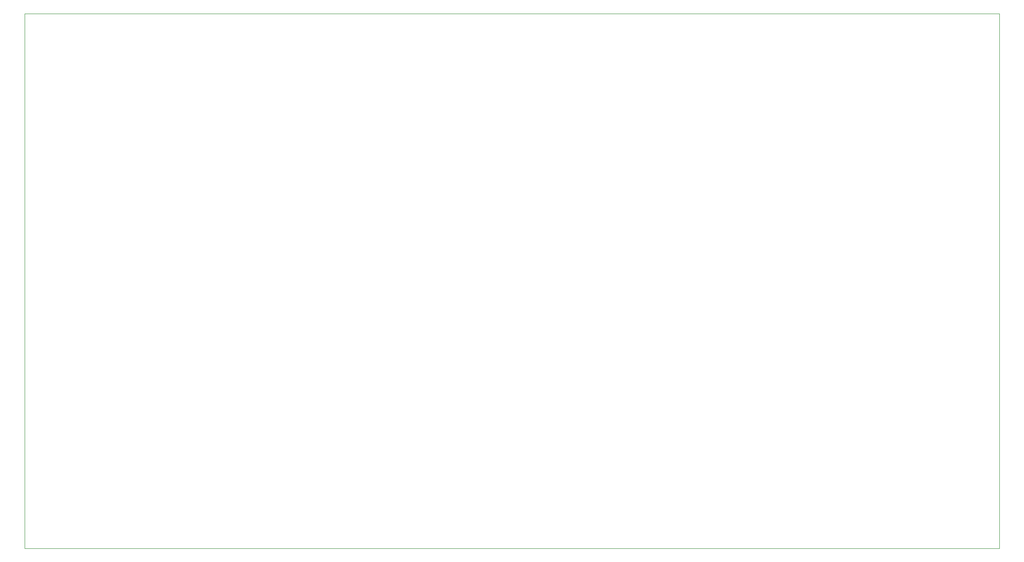
<source format=gbr>
%TF.GenerationSoftware,KiCad,Pcbnew,8.0.8*%
%TF.CreationDate,2026-01-13T22:52:37+05:30*%
%TF.ProjectId,pre audio amplifier,70726520-6175-4646-996f-20616d706c69,rev?*%
%TF.SameCoordinates,Original*%
%TF.FileFunction,Profile,NP*%
%FSLAX46Y46*%
G04 Gerber Fmt 4.6, Leading zero omitted, Abs format (unit mm)*
G04 Created by KiCad (PCBNEW 8.0.8) date 2026-01-13 22:52:37*
%MOMM*%
%LPD*%
G01*
G04 APERTURE LIST*
%TA.AperFunction,Profile*%
%ADD10C,0.050000*%
%TD*%
G04 APERTURE END LIST*
D10*
X18500000Y-43500000D02*
X206000000Y-43500000D01*
X206000000Y-146500000D01*
X18500000Y-146500000D01*
X18500000Y-43500000D01*
M02*

</source>
